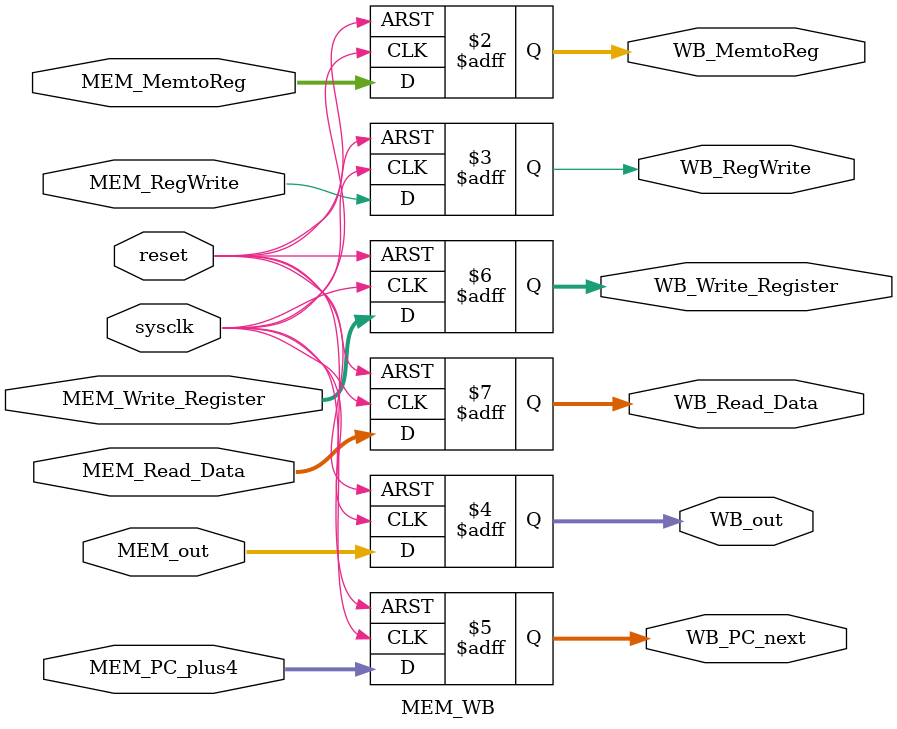
<source format=v>
`timescale 1ns / 1ps
module MEM_WB(sysclk, reset,
              MEM_MemtoReg, 
              MEM_RegWrite,
              MEM_out, MEM_PC_plus4,
              MEM_Write_Register, MEM_Read_Data,
              WB_MemtoReg, 
              WB_RegWrite,
              WB_out, WB_PC_next,
              WB_Write_Register, WB_Read_Data              
);
//input signals
input wire sysclk;
input wire reset;
input wire [1:0] MEM_MemtoReg;
input wire MEM_RegWrite;
input wire [31:0] MEM_out;
input wire [31:0] MEM_PC_plus4;
input wire [4:0] MEM_Write_Register;
input wire [31:0] MEM_Read_Data;

//output signals
output reg [1:0] WB_MemtoReg;
output reg WB_RegWrite;
output reg [31:0] WB_out;
output reg [31:0] WB_PC_next;
output reg [4:0] WB_Write_Register;
output reg [31:0] WB_Read_Data;

always @(posedge sysclk or posedge reset)
begin
    if (reset)begin
        WB_MemtoReg <= 2'b00;
        WB_RegWrite <= 0;
        WB_out <= 32'b0;
        WB_PC_next <= 32'b0;
        WB_Write_Register <= 5'b00000;
        WB_Read_Data <= 32'b0;
    end
    else begin
        WB_MemtoReg <= MEM_MemtoReg;
        WB_RegWrite <= MEM_RegWrite;
        WB_out <= MEM_out;
        WB_PC_next <= MEM_PC_plus4;
        WB_Write_Register <= MEM_Write_Register;
        WB_Read_Data <= MEM_Read_Data;    
    end
end 
endmodule
</source>
